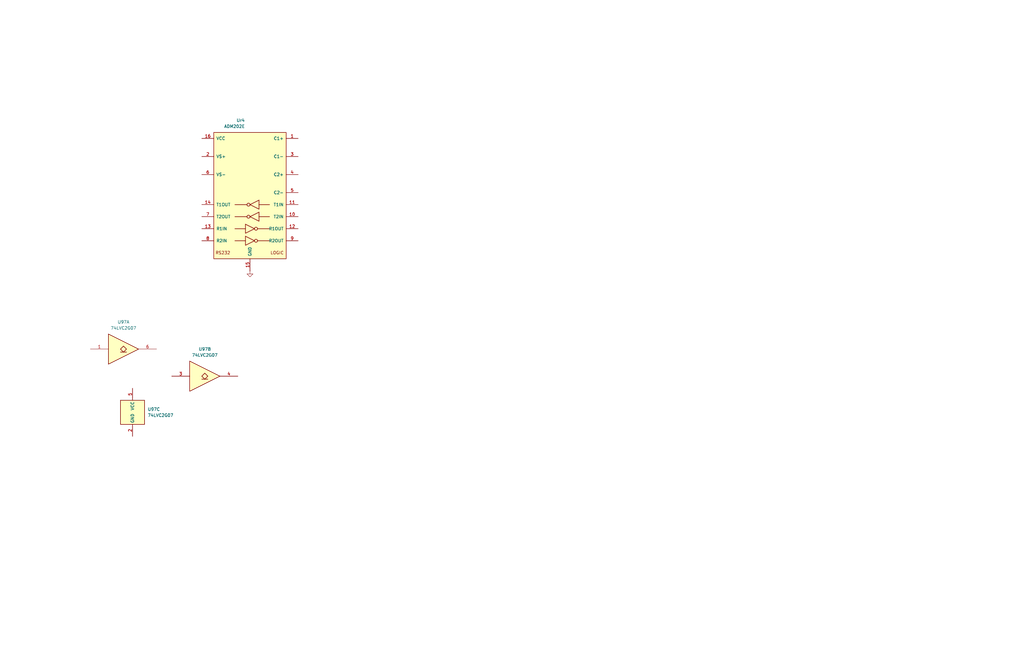
<source format=kicad_sch>
(kicad_sch (version 20250114) (generator "eeschema") (generator_version "9.0")
  (paper "B")
  (lib_symbols
    (symbol "74xGxx:74LVC2G07"
      (property "Reference" "U" (at 0 7.62 0))
      (property "Value" "74LVC2G07" (at 2.54 -7.62 0))
      (symbol "74LVC2G07_1_1"
        (polyline (pts (xy -7.62 6.35) (xy -7.62 -6.35) (xy 5.08 0) (xy -7.62 6.35)) (stroke (width 0.254)) (fill (type background)))
        (polyline (pts (xy -2.54 -1.27) (xy 0 -1.27)) (stroke (width 0.254)) (fill (type background)))
        (polyline (pts (xy -1.27 1.27) (xy -2.54 0) (xy -1.27 -1.27) (xy 0 0) (xy -1.27 1.27)) (stroke (width 0.254)) (fill (type background)))
        (pin input line (at -15.24 0 0) (length 7.62) (name "~") (number "1"))
        (pin open_collector line (at 12.7 0 180) (length 7.62) (name "~") (number "6"))
      )
      (symbol "74LVC2G07_2_1"
        (polyline (pts (xy -7.62 6.35) (xy -7.62 -6.35) (xy 5.08 0) (xy -7.62 6.35)) (stroke (width 0.254)) (fill (type background)))
        (polyline (pts (xy -2.54 -1.27) (xy 0 -1.27)) (stroke (width 0.254)) (fill (type background)))
        (polyline (pts (xy -1.27 1.27) (xy -2.54 0) (xy -1.27 -1.27) (xy 0 0) (xy -1.27 1.27)) (stroke (width 0.254)) (fill (type background)))
        (pin input line (at -15.24 0 0) (length 7.62) (name "~") (number "3"))
        (pin open_collector line (at 12.7 0 180) (length 7.62) (name "~") (number "4"))
      )
      (symbol "74LVC2G07_3_0"
        (rectangle (start -5.08 -5.08) (end 5.08 5.08) (stroke (width 0.254)) (fill (type background)))
      )
      (symbol "74LVC2G07_3_1"
        (pin power_in line (at 0 10.16 270) (length 5.08) (name "VCC") (number "5"))
        (pin power_in line (at 0 -10.16 90) (length 5.08) (name "GND") (number "2"))
      )
    )
    (symbol "Interface_UART:ADM232A" (pin_names (offset 1.016))
      (property "Reference" "Ur" (at 2.1433 30.48 0))
      (property "Value" "ADM202E" (at 2.1433 27.94 0))
      (symbol "ADM232A_0_0"
        (text "LOGIC" (at -11.43 -25.4 0) (effects (font (size 1.27 1.27))))
        (text "RS232" (at 11.43 -25.4 0) (effects (font (size 1.27 1.27))))
      )
      (symbol "ADM232A_0_1"
        (rectangle (start -15.24 25.4) (end 15.24 -27.94) (stroke (width 0.254)) (fill (type background)))
        (polyline (pts (xy -3.81 -3.175) (xy -3.81 -6.985) (xy 0 -5.08) (xy -3.81 -3.175)) (stroke (width 0.254)))
        (polyline (pts (xy -3.81 -5.08) (xy -8.255 -5.08)) (stroke (width 0.254)))
        (polyline (pts (xy -3.81 -8.255) (xy -3.81 -12.065) (xy 0 -10.16) (xy -3.81 -8.255)) (stroke (width 0.254)))
        (polyline (pts (xy -3.81 -10.16) (xy -8.255 -10.16)) (stroke (width 0.254)))
        (polyline (pts (xy -3.175 -15.24) (xy -8.255 -15.24)) (stroke (width 0.254)))
        (polyline (pts (xy -3.175 -20.32) (xy -8.255 -20.32)) (stroke (width 0.254)))
        (circle (center -2.54 -15.24) (radius 0.635) (stroke (width 0.254)))
        (circle (center -2.54 -20.32) (radius 0.635) (stroke (width 0.254)))
        (circle (center 0.635 -5.08) (radius 0.635) (stroke (width 0.254)))
        (circle (center 0.635 -10.16) (radius 0.635) (stroke (width 0.254)))
        (polyline (pts (xy 1.27 -5.08) (xy 6.35 -5.08)) (stroke (width 0.254)))
        (polyline (pts (xy 1.27 -10.16) (xy 6.35 -10.16)) (stroke (width 0.254)))
        (polyline (pts (xy 1.905 -13.335) (xy 1.905 -17.145) (xy -1.905 -15.24) (xy 1.905 -13.335)) (stroke (width 0.254)))
        (polyline (pts (xy 1.905 -15.24) (xy 6.35 -15.24)) (stroke (width 0.254)))
        (polyline (pts (xy 1.905 -18.415) (xy 1.905 -22.225) (xy -1.905 -20.32) (xy 1.905 -18.415)) (stroke (width 0.254)))
        (polyline (pts (xy 1.905 -20.32) (xy 6.35 -20.32)) (stroke (width 0.254)))
      )
      (symbol "ADM232A_1_1"
        (pin passive line (at -20.32 22.86 0) (length 5.08) (name "C1+") (number "1"))
        (pin passive line (at -20.32 15.24 0) (length 5.08) (name "C1-") (number "3"))
        (pin passive line (at -20.32 7.62 0) (length 5.08) (name "C2+") (number "4"))
        (pin passive line (at -20.32 0 0) (length 5.08) (name "C2-") (number "5"))
        (pin input line (at -20.32 -5.08 0) (length 5.08) (name "T1IN") (number "11"))
        (pin input line (at -20.32 -10.16 0) (length 5.08) (name "T2IN") (number "10"))
        (pin output line (at -20.32 -15.24 0) (length 5.08) (name "R1OUT") (number "12"))
        (pin output line (at -20.32 -20.32 0) (length 5.08) (name "R2OUT") (number "9"))
        (pin power_in line (at 0 -33.02 90) (length 5.08) (name "GND") (number "15"))
        (pin power_in line (at 20.32 22.86 180) (length 5.08) (name "VCC") (number "16"))
        (pin power_out line (at 20.32 15.24 180) (length 5.08) (name "VS+") (number "2"))
        (pin power_out line (at 20.32 7.62 180) (length 5.08) (name "VS-") (number "6"))
        (pin output line (at 20.32 -5.08 180) (length 5.08) (name "T1OUT") (number "14"))
        (pin output line (at 20.32 -10.16 180) (length 5.08) (name "T2OUT") (number "7"))
        (pin input line (at 20.32 -15.24 180) (length 5.08) (name "R1IN") (number "13"))
        (pin input line (at 20.32 -20.32 180) (length 5.08) (name "R2IN") (number "8"))
      )
    )
    (symbol "power:GND" (power) (pin_numbers (hide yes)) (pin_names (offset 0) (hide yes))
      (property "Value" "GND" (at 0 -3.81 0))
      (symbol "GND_0_1"
        (polyline (pts (xy 0 0) (xy 0 -1.27) (xy 1.27 -1.27) (xy 0 -2.54) (xy -1.27 -1.27) (xy 0 -1.27)))
      )
      (symbol "GND_1_1"
        (pin power_in line (at 0 0 270) (length 0) (name "~") (number "1"))
      )
    )
  )
  (symbol (lib_id "74xGxx:74LVC2G07") (at 55.88 173.99 0) (unit 3)
    (property "Reference" "U97" (at 62.23 172.7199 0) (effects (justify left)))
    (property "Value" "74LVC2G07" (at 62.23 175.2599 0) (effects (justify left)))
    (property "Datasheet" "http://www.ti.com/lit/sg/scyt129e/scyt129e.pdf" (effects (hide yes)))
    (property "Description" "Dual Buffer, Open Drain, Low-Voltage CMOS" (effects (hide yes)))
  )
  (symbol (lib_id "power:GND") (at 105.41 114.3 0) (unit 1)
    (property "Reference" "#PWR0553" (effects (hide yes)))
    (property "Value" "GND" (effects (hide yes)))
    (property "Description" "Power symbol creates a global label with name \"GND\" , ground" (effects (hide yes)))
  )
  (symbol (lib_id "Interface_UART:ADM232A") (at 105.41 81.28 0) (mirror y) (unit 1)
    (property "Reference" "Ur4" (at 103.2667 50.8 0) (effects (justify left)))
    (property "Value" "ADM202E" (at 103.2667 53.34 0) (effects (justify left)))
    (property "Datasheet" "https://www.analog.com/media/en/technical-documentation/data-sheets/adm2023_1181a.pdf" (effects (hide yes)))
    (property "Description" "Dual RS232 driver/receiver, 5V supply, 200kb/s" (effects (hide yes)))
  )
  (symbol (lib_id "74xGxx:74LVC2G07") (at 53.34 147.32 0) (unit 1)
    (property "Reference" "U97" (at 52.07 135.89 0))
    (property "Value" "74LVC2G07" (at 52.07 138.43 0))
    (property "Datasheet" "http://www.ti.com/lit/sg/scyt129e/scyt129e.pdf" (effects (hide yes)))
    (property "Description" "Dual Buffer, Open Drain, Low-Voltage CMOS" (effects (hide yes)))
  )
  (symbol (lib_id "74xGxx:74LVC2G07") (at 87.63 158.75 0) (unit 2)
    (property "Reference" "U97" (at 86.36 147.32 0))
    (property "Value" "74LVC2G07" (at 86.36 149.86 0))
    (property "Datasheet" "http://www.ti.com/lit/sg/scyt129e/scyt129e.pdf" (effects (hide yes)))
    (property "Description" "Dual Buffer, Open Drain, Low-Voltage CMOS" (effects (hide yes)))
  )
)
</source>
